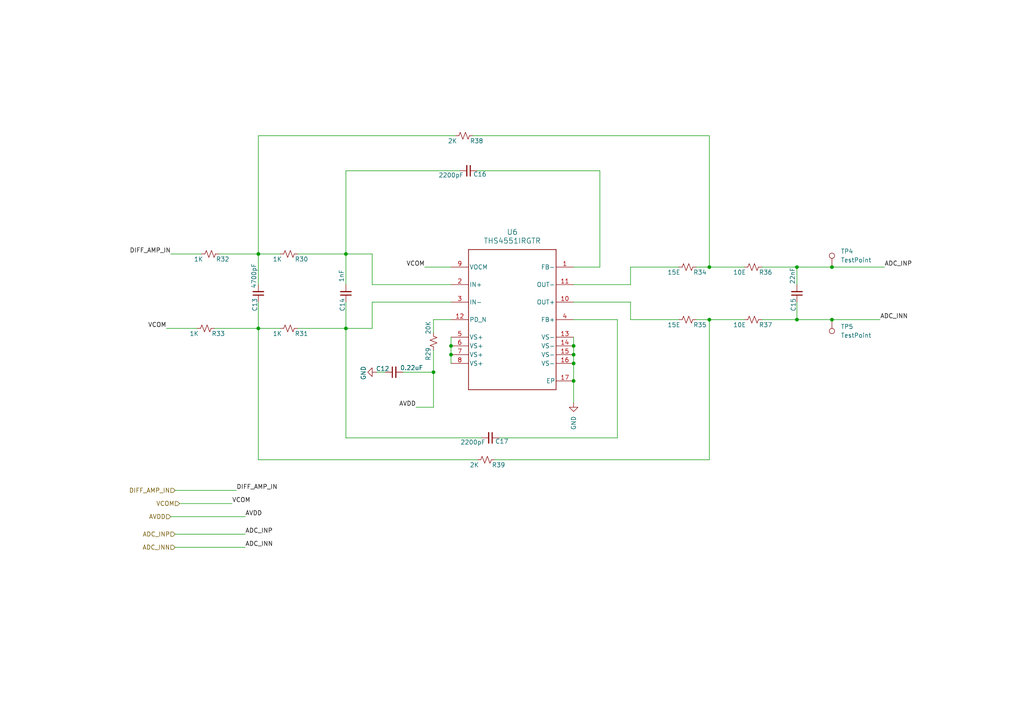
<source format=kicad_sch>
(kicad_sch (version 20231120) (generator "eeschema") (generator_version "8.0")
  (paper "A4")
  (lib_symbols
    (symbol "Connector:TestPoint" (pin_numbers hide) (pin_names (offset 0.762) hide)
      (property "Reference" "TP" (at 0 6.858 0))
      (property "Value" "TestPoint" (at 0 5.08 0))
      (symbol "TestPoint_0_1"
        (circle (center 0 3.302) (radius 0.762))
      )
      (symbol "TestPoint_1_1"
        (pin passive line (at 0 0 90) (length 2.54) (name "1") (number "1"))
      )
    )
    (symbol "Device:C_Small" (pin_numbers hide) (pin_names (offset 0.254) hide)
      (property "Reference" "C" (at 0.254 1.778 0))
      (property "Value" "C_Small" (at 0.254 -2.032 0))
      (symbol "C_Small_0_1"
        (polyline (pts (xy -1.524 -0.508) (xy 1.524 -0.508)) (stroke (width 0.3302)))
        (polyline (pts (xy -1.524 0.508) (xy 1.524 0.508)) (stroke (width 0.3048)))
      )
      (symbol "C_Small_1_1"
        (pin passive line (at 0 2.54 270) (length 2.032) (name "~") (number "1"))
        (pin passive line (at 0 -2.54 90) (length 2.032) (name "~") (number "2"))
      )
    )
    (symbol "Device:R_Small_US" (pin_numbers hide) (pin_names (offset 0.254) hide)
      (property "Reference" "R" (at 0.762 0.508 0))
      (property "Value" "R_Small_US" (at 0.762 -1.016 0))
      (symbol "R_Small_US_1_1"
        (polyline (pts (xy 0 0) (xy 1.016 -0.381) (xy 0 -0.762) (xy -1.016 -1.143) (xy 0 -1.524)))
        (polyline (pts (xy 0 1.524) (xy 1.016 1.143) (xy 0 0.762) (xy -1.016 0.381) (xy 0 0)))
        (pin passive line (at 0 2.54 270) (length 1.016) (name "~") (number "1"))
        (pin passive line (at 0 -2.54 90) (length 1.016) (name "~") (number "2"))
      )
    )
    (symbol "Project Symbol Library:THS4551IRGTR" (pin_names (offset 0.254))
      (property "Reference" "U" (at 0 2.54 0))
      (property "Value" "THS4551IRGTR" (at 0 0 0))
      (symbol "THS4551IRGTR_0_1"
        (polyline (pts (xy -12.7 -20.32) (xy 12.7 -20.32)) (stroke (width 0.2032)))
        (polyline (pts (xy -12.7 20.32) (xy -12.7 -20.32)) (stroke (width 0.2032)))
        (polyline (pts (xy 12.7 -20.32) (xy 12.7 20.32)) (stroke (width 0.2032)))
        (polyline (pts (xy 12.7 20.32) (xy -12.7 20.32)) (stroke (width 0.2032)))
        (pin output line (at 17.78 15.24 180) (length 5.08) (name "FB-") (number "1"))
        (pin output line (at 17.78 5.08 180) (length 5.08) (name "OUT+") (number "10"))
        (pin output line (at 17.78 10.16 180) (length 5.08) (name "OUT-") (number "11"))
        (pin input line (at -17.78 0 0) (length 5.08) (name "PD_N") (number "12"))
        (pin power_in line (at 17.78 -5.08 180) (length 5.08) (name "VS-") (number "13"))
        (pin power_in line (at 17.78 -7.62 180) (length 5.08) (name "VS-") (number "14"))
        (pin power_in line (at 17.78 -10.16 180) (length 5.08) (name "VS-") (number "15"))
        (pin power_in line (at 17.78 -12.7 180) (length 5.08) (name "VS-") (number "16"))
        (pin power_in line (at 17.78 -17.78 180) (length 5.08) (name "EP") (number "17"))
        (pin input line (at -17.78 10.16 0) (length 5.08) (name "IN+") (number "2"))
        (pin input line (at -17.78 5.08 0) (length 5.08) (name "IN-") (number "3"))
        (pin output line (at 17.78 0 180) (length 5.08) (name "FB+") (number "4"))
        (pin power_in line (at -17.78 -5.08 0) (length 5.08) (name "VS+") (number "5"))
        (pin power_in line (at -17.78 -7.62 0) (length 5.08) (name "VS+") (number "6"))
        (pin power_in line (at -17.78 -10.16 0) (length 5.08) (name "VS+") (number "7"))
        (pin power_in line (at -17.78 -12.7 0) (length 5.08) (name "VS+") (number "8"))
        (pin input line (at -17.78 15.24 0) (length 5.08) (name "VOCM") (number "9"))
      )
    )
    (symbol "power:GND" (power) (pin_numbers hide) (pin_names (offset 0) hide)
      (property "Value" "GND" (at 0 -3.81 0))
      (symbol "GND_0_1"
        (polyline (pts (xy 0 0) (xy 0 -1.27) (xy 1.27 -1.27) (xy 0 -2.54) (xy -1.27 -1.27) (xy 0 -1.27)))
      )
      (symbol "GND_1_1"
        (pin power_in line (at 0 0 270) (length 0) (name "~") (number "1"))
      )
    )
  )
  (junction (at 100.33 73.66))
  (junction (at 241.3 92.71))
  (junction (at 166.37 102.87))
  (junction (at 241.3 77.47))
  (junction (at 231.14 92.71))
  (junction (at 231.14 77.47))
  (junction (at 100.33 95.25))
  (junction (at 130.81 100.33))
  (junction (at 74.93 95.25))
  (junction (at 125.73 107.95))
  (junction (at 166.37 100.33))
  (junction (at 205.74 77.47))
  (junction (at 166.37 110.49))
  (junction (at 166.37 105.41))
  (junction (at 205.74 92.71))
  (junction (at 130.81 102.87))
  (junction (at 74.93 73.66))
  (wire (pts (xy 100.33 95.25) (xy 107.95 95.25)))
  (wire (pts (xy 50.8 154.94) (xy 71.12 154.94)))
  (wire (pts (xy 205.74 39.37) (xy 137.16 39.37)))
  (wire (pts (xy 241.3 92.71) (xy 255.27 92.71)))
  (wire (pts (xy 50.8 158.75) (xy 71.12 158.75)))
  (wire (pts (xy 133.35 49.53) (xy 100.33 49.53)))
  (wire (pts (xy 48.26 95.25) (xy 57.15 95.25)))
  (wire (pts (xy 166.37 82.55) (xy 182.88 82.55)))
  (wire (pts (xy 107.95 82.55) (xy 130.81 82.55)))
  (wire (pts (xy 120.65 118.11) (xy 125.73 118.11)))
  (wire (pts (xy 201.93 92.71) (xy 205.74 92.71)))
  (wire (pts (xy 166.37 116.84) (xy 166.37 110.49)))
  (wire (pts (xy 231.14 87.63) (xy 231.14 92.71)))
  (wire (pts (xy 130.81 97.79) (xy 130.81 100.33)))
  (wire (pts (xy 166.37 105.41) (xy 166.37 110.49)))
  (wire (pts (xy 107.95 95.25) (xy 107.95 87.63)))
  (wire (pts (xy 182.88 77.47) (xy 196.85 77.47)))
  (wire (pts (xy 86.36 95.25) (xy 100.33 95.25)))
  (wire (pts (xy 116.84 107.95) (xy 125.73 107.95)))
  (wire (pts (xy 130.81 102.87) (xy 130.81 105.41)))
  (wire (pts (xy 231.14 92.71) (xy 241.3 92.71)))
  (wire (pts (xy 74.93 133.35) (xy 74.93 95.25)))
  (wire (pts (xy 49.53 149.86) (xy 71.12 149.86)))
  (wire (pts (xy 182.88 87.63) (xy 182.88 92.71)))
  (wire (pts (xy 100.33 87.63) (xy 100.33 95.25)))
  (wire (pts (xy 173.99 49.53) (xy 138.43 49.53)))
  (wire (pts (xy 74.93 87.63) (xy 74.93 95.25)))
  (wire (pts (xy 123.19 77.47) (xy 130.81 77.47)))
  (wire (pts (xy 130.81 100.33) (xy 130.81 102.87)))
  (wire (pts (xy 100.33 73.66) (xy 100.33 82.55)))
  (wire (pts (xy 179.07 127) (xy 144.78 127)))
  (wire (pts (xy 205.74 92.71) (xy 215.9 92.71)))
  (wire (pts (xy 205.74 77.47) (xy 215.9 77.47)))
  (wire (pts (xy 205.74 77.47) (xy 205.74 39.37)))
  (wire (pts (xy 173.99 77.47) (xy 173.99 49.53)))
  (wire (pts (xy 205.74 92.71) (xy 205.74 133.35)))
  (wire (pts (xy 166.37 92.71) (xy 179.07 92.71)))
  (wire (pts (xy 125.73 101.6) (xy 125.73 107.95)))
  (wire (pts (xy 231.14 77.47) (xy 231.14 82.55)))
  (wire (pts (xy 109.22 107.95) (xy 111.76 107.95)))
  (wire (pts (xy 139.7 127) (xy 100.33 127)))
  (wire (pts (xy 166.37 97.79) (xy 166.37 100.33)))
  (wire (pts (xy 166.37 102.87) (xy 166.37 105.41)))
  (wire (pts (xy 220.98 77.47) (xy 231.14 77.47)))
  (wire (pts (xy 231.14 92.71) (xy 220.98 92.71)))
  (wire (pts (xy 49.53 73.66) (xy 58.42 73.66)))
  (wire (pts (xy 107.95 87.63) (xy 130.81 87.63)))
  (wire (pts (xy 201.93 77.47) (xy 205.74 77.47)))
  (wire (pts (xy 74.93 39.37) (xy 74.93 73.66)))
  (wire (pts (xy 182.88 82.55) (xy 182.88 77.47)))
  (wire (pts (xy 132.08 39.37) (xy 74.93 39.37)))
  (wire (pts (xy 50.8 142.24) (xy 68.58 142.24)))
  (wire (pts (xy 100.33 73.66) (xy 107.95 73.66)))
  (wire (pts (xy 74.93 73.66) (xy 81.28 73.66)))
  (wire (pts (xy 100.33 49.53) (xy 100.33 73.66)))
  (wire (pts (xy 166.37 100.33) (xy 166.37 102.87)))
  (wire (pts (xy 107.95 73.66) (xy 107.95 82.55)))
  (wire (pts (xy 74.93 73.66) (xy 74.93 82.55)))
  (wire (pts (xy 125.73 92.71) (xy 125.73 96.52)))
  (wire (pts (xy 166.37 77.47) (xy 173.99 77.47)))
  (wire (pts (xy 138.43 133.35) (xy 74.93 133.35)))
  (wire (pts (xy 241.3 77.47) (xy 256.54 77.47)))
  (wire (pts (xy 182.88 92.71) (xy 196.85 92.71)))
  (wire (pts (xy 205.74 133.35) (xy 143.51 133.35)))
  (wire (pts (xy 179.07 92.71) (xy 179.07 127)))
  (wire (pts (xy 231.14 77.47) (xy 241.3 77.47)))
  (wire (pts (xy 130.81 92.71) (xy 125.73 92.71)))
  (wire (pts (xy 63.5 73.66) (xy 74.93 73.66)))
  (wire (pts (xy 166.37 87.63) (xy 182.88 87.63)))
  (wire (pts (xy 86.36 73.66) (xy 100.33 73.66)))
  (wire (pts (xy 125.73 118.11) (xy 125.73 107.95)))
  (wire (pts (xy 52.07 146.05) (xy 67.31 146.05)))
  (wire (pts (xy 62.23 95.25) (xy 74.93 95.25)))
  (wire (pts (xy 74.93 95.25) (xy 81.28 95.25)))
  (wire (pts (xy 100.33 127) (xy 100.33 95.25)))
  (label "VCOM" (at 67.31 146.05 0))
  (label "ADC_INN" (at 255.27 92.71 0))
  (label "DIFF_AMP_IN" (at 49.53 73.66 180))
  (label "VCOM" (at 48.26 95.25 180))
  (label "ADC_INP" (at 71.12 154.94 0))
  (label "ADC_INP" (at 256.54 77.47 0))
  (label "AVDD" (at 71.12 149.86 0))
  (label "AVDD" (at 120.65 118.11 180))
  (label "ADC_INN" (at 71.12 158.75 0))
  (label "VCOM" (at 123.19 77.47 180))
  (label "DIFF_AMP_IN" (at 68.58 142.24 0))
  (hierarchical_label "ADC_INP" (shape input) (at 50.8 154.94 180))
  (hierarchical_label "ADC_INN" (shape input) (at 50.8 158.75 180))
  (hierarchical_label "AVDD" (shape input) (at 49.53 149.86 180))
  (hierarchical_label "DIFF_AMP_IN" (shape input) (at 50.8 142.24 180))
  (hierarchical_label "VCOM" (shape input) (at 52.07 146.05 180))
  (symbol (lib_id "Device:R_Small_US") (at 218.44 92.71 90) (unit 1)
    (property "Reference" "R37" (at 224.028 94.234 90) (effects (justify left)))
    (property "Value" "10E" (at 216.408 94.234 90) (effects (justify left)))
    (property "Description" "Resistor, small US symbol" (effects (hide yes)))
  )
  (symbol (lib_id "Device:R_Small_US") (at 199.39 77.47 90) (unit 1)
    (property "Reference" "R34" (at 204.978 78.994 90) (effects (justify left)))
    (property "Value" "15E" (at 197.358 78.994 90) (effects (justify left)))
    (property "Description" "Resistor, small US symbol" (effects (hide yes)))
  )
  (symbol (lib_id "Device:R_Small_US") (at 218.44 77.47 90) (unit 1)
    (property "Reference" "R36" (at 224.028 78.994 90) (effects (justify left)))
    (property "Value" "10E" (at 216.408 78.994 90) (effects (justify left)))
    (property "Description" "Resistor, small US symbol" (effects (hide yes)))
  )
  (symbol (lib_id "Device:C_Small") (at 135.89 49.53 270) (unit 1)
    (property "Reference" "C16" (at 139.192 50.546 90))
    (property "Value" "2200pF" (at 130.81 50.8 90))
    (property "Description" "Unpolarized capacitor, small symbol" (effects (hide yes)))
  )
  (symbol (lib_id "Device:R_Small_US") (at 59.69 95.25 90) (unit 1)
    (property "Reference" "R33" (at 65.278 96.774 90) (effects (justify left)))
    (property "Value" "1K" (at 57.658 96.774 90) (effects (justify left)))
    (property "Description" "Resistor, small US symbol" (effects (hide yes)))
  )
  (symbol (lib_id "Device:R_Small_US") (at 60.96 73.66 90) (unit 1)
    (property "Reference" "R32" (at 66.548 75.184 90) (effects (justify left)))
    (property "Value" "1K" (at 58.928 75.184 90) (effects (justify left)))
    (property "Description" "Resistor, small US symbol" (effects (hide yes)))
  )
  (symbol (lib_id "Device:C_Small") (at 100.33 85.09 180) (unit 1)
    (property "Reference" "C14" (at 99.314 88.392 90))
    (property "Value" "1nF" (at 99.06 80.01 90))
    (property "Description" "Unpolarized capacitor, small symbol" (effects (hide yes)))
  )
  (symbol (lib_id "Device:C_Small") (at 114.3 107.95 90) (unit 1)
    (property "Reference" "C12" (at 110.998 106.934 90))
    (property "Value" "0.22uF" (at 119.38 106.68 90))
    (property "Description" "Unpolarized capacitor, small symbol" (effects (hide yes)))
  )
  (symbol (lib_id "Device:C_Small") (at 231.14 85.09 180) (unit 1)
    (property "Reference" "C15" (at 230.124 88.392 90))
    (property "Value" "22nF" (at 229.87 80.01 90))
    (property "Description" "Unpolarized capacitor, small symbol" (effects (hide yes)))
  )
  (symbol (lib_id "Device:R_Small_US") (at 83.82 73.66 90) (unit 1)
    (property "Reference" "R30" (at 89.408 75.184 90) (effects (justify left)))
    (property "Value" "1K" (at 81.788 75.184 90) (effects (justify left)))
    (property "Description" "Resistor, small US symbol" (effects (hide yes)))
  )
  (symbol (lib_id "Device:R_Small_US") (at 199.39 92.71 90) (unit 1)
    (property "Reference" "R35" (at 204.978 94.234 90) (effects (justify left)))
    (property "Value" "15E" (at 197.358 94.234 90) (effects (justify left)))
    (property "Description" "Resistor, small US symbol" (effects (hide yes)))
  )
  (symbol (lib_id "power:GND") (at 166.37 116.84 0) (unit 1)
    (property "Reference" "#PWR025" (effects (hide yes)))
    (property "Value" "GND" (at 166.3699 120.65 90) (effects (justify right)))
    (property "Description" "Power symbol creates a global label with name \"GND\" , ground" (effects (hide yes)))
  )
  (symbol (lib_id "Project Symbol Library:THS4551IRGTR") (at 148.59 92.71 0) (unit 1)
    (property "Reference" "U6" (at 148.59 67.31 0) (effects (font (size 1.524 1.524))))
    (property "Value" "THS4551IRGTR" (at 148.59 69.85 0) (effects (font (size 1.524 1.524))))
    (property "Footprint" "RGT0016C" (effects (hide yes)))
    (property "Datasheet" "THS4551IRGTR" (effects (hide yes)))
  )
  (symbol (lib_id "Device:C_Small") (at 74.93 85.09 180) (unit 1)
    (property "Reference" "C13" (at 73.914 88.392 90))
    (property "Value" "4700pF" (at 73.66 80.01 90))
    (property "Description" "Unpolarized capacitor, small symbol" (effects (hide yes)))
  )
  (symbol (lib_id "Device:R_Small_US") (at 83.82 95.25 90) (unit 1)
    (property "Reference" "R31" (at 89.408 96.774 90) (effects (justify left)))
    (property "Value" "1K" (at 81.788 96.774 90) (effects (justify left)))
    (property "Description" "Resistor, small US symbol" (effects (hide yes)))
  )
  (symbol (lib_id "Connector:TestPoint") (at 241.3 92.71 180) (unit 1)
    (property "Reference" "TP5" (at 243.84 94.7419 0) (effects (justify right)))
    (property "Value" "TestPoint" (at 243.84 97.2819 0) (effects (justify right)))
    (property "Description" "test point" (effects (hide yes)))
  )
  (symbol (lib_id "power:GND") (at 109.22 107.95 270) (unit 1)
    (property "Reference" "#PWR024" (effects (hide yes)))
    (property "Value" "GND" (at 105.41 110.236 0) (effects (justify right)))
    (property "Description" "Power symbol creates a global label with name \"GND\" , ground" (effects (hide yes)))
  )
  (symbol (lib_id "Device:R_Small_US") (at 125.73 99.06 0) (unit 1)
    (property "Reference" "R29" (at 124.206 104.648 90) (effects (justify left)))
    (property "Value" "20K" (at 124.206 97.028 90) (effects (justify left)))
    (property "Description" "Resistor, small US symbol" (effects (hide yes)))
  )
  (symbol (lib_id "Connector:TestPoint") (at 241.3 77.47 0) (unit 1)
    (property "Reference" "TP4" (at 243.84 72.8979 0) (effects (justify left)))
    (property "Value" "TestPoint" (at 243.84 75.4379 0) (effects (justify left)))
    (property "Description" "test point" (effects (hide yes)))
  )
  (symbol (lib_id "Device:R_Small_US") (at 140.97 133.35 90) (unit 1)
    (property "Reference" "R39" (at 146.558 134.874 90) (effects (justify left)))
    (property "Value" "2K" (at 138.938 134.874 90) (effects (justify left)))
    (property "Description" "Resistor, small US symbol" (effects (hide yes)))
  )
  (symbol (lib_id "Device:R_Small_US") (at 134.62 39.37 90) (unit 1)
    (property "Reference" "R38" (at 140.208 40.894 90) (effects (justify left)))
    (property "Value" "2K" (at 132.588 40.894 90) (effects (justify left)))
    (property "Description" "Resistor, small US symbol" (effects (hide yes)))
  )
  (symbol (lib_id "Device:C_Small") (at 142.24 127 270) (unit 1)
    (property "Reference" "C17" (at 145.542 128.016 90))
    (property "Value" "2200pF" (at 137.16 128.27 90))
    (property "Description" "Unpolarized capacitor, small symbol" (effects (hide yes)))
  )
)
</source>
